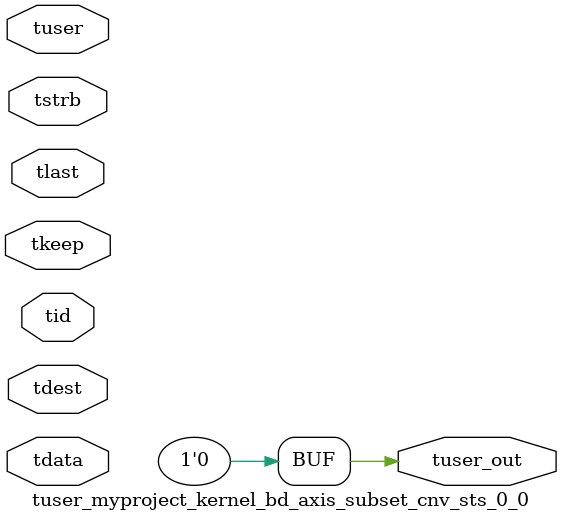
<source format=v>


`timescale 1ps/1ps

module tuser_myproject_kernel_bd_axis_subset_cnv_sts_0_0 #
(
parameter C_S_AXIS_TUSER_WIDTH = 1,
parameter C_S_AXIS_TDATA_WIDTH = 32,
parameter C_S_AXIS_TID_WIDTH   = 0,
parameter C_S_AXIS_TDEST_WIDTH = 0,
parameter C_M_AXIS_TUSER_WIDTH = 1
)
(
input  [(C_S_AXIS_TUSER_WIDTH == 0 ? 1 : C_S_AXIS_TUSER_WIDTH)-1:0     ] tuser,
input  [(C_S_AXIS_TDATA_WIDTH == 0 ? 1 : C_S_AXIS_TDATA_WIDTH)-1:0     ] tdata,
input  [(C_S_AXIS_TID_WIDTH   == 0 ? 1 : C_S_AXIS_TID_WIDTH)-1:0       ] tid,
input  [(C_S_AXIS_TDEST_WIDTH == 0 ? 1 : C_S_AXIS_TDEST_WIDTH)-1:0     ] tdest,
input  [(C_S_AXIS_TDATA_WIDTH/8)-1:0 ] tkeep,
input  [(C_S_AXIS_TDATA_WIDTH/8)-1:0 ] tstrb,
input                                                                    tlast,
output [C_M_AXIS_TUSER_WIDTH-1:0] tuser_out
);

assign tuser_out = {1'b0};

endmodule


</source>
